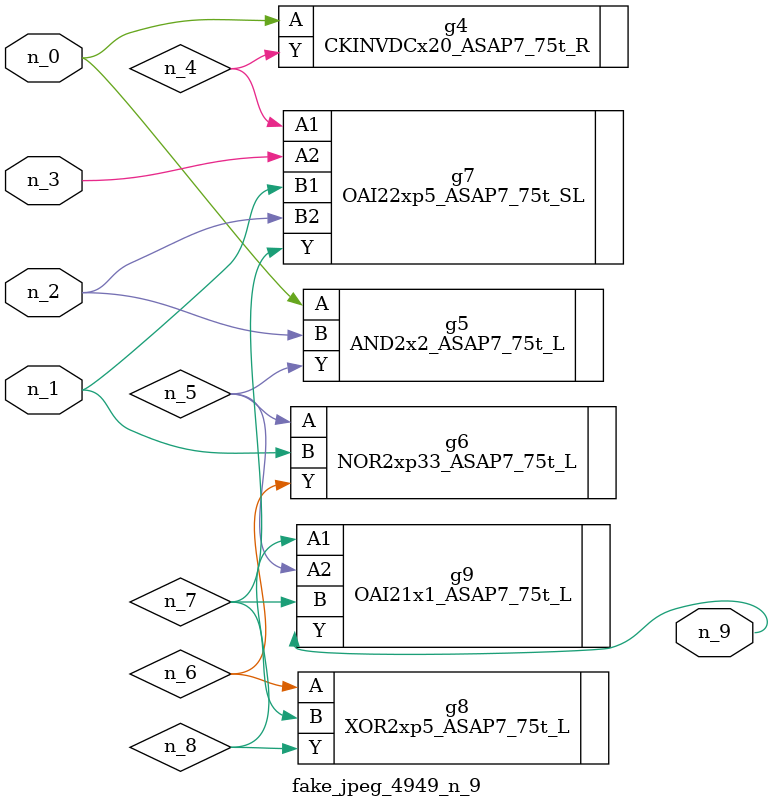
<source format=v>
module fake_jpeg_4949_n_9 (n_0, n_3, n_2, n_1, n_9);

input n_0;
input n_3;
input n_2;
input n_1;

output n_9;

wire n_4;
wire n_8;
wire n_6;
wire n_5;
wire n_7;

CKINVDCx20_ASAP7_75t_R g4 ( 
.A(n_0),
.Y(n_4)
);

AND2x2_ASAP7_75t_L g5 ( 
.A(n_0),
.B(n_2),
.Y(n_5)
);

NOR2xp33_ASAP7_75t_L g6 ( 
.A(n_5),
.B(n_1),
.Y(n_6)
);

XOR2xp5_ASAP7_75t_L g8 ( 
.A(n_6),
.B(n_7),
.Y(n_8)
);

OAI22xp5_ASAP7_75t_SL g7 ( 
.A1(n_4),
.A2(n_3),
.B1(n_1),
.B2(n_2),
.Y(n_7)
);

OAI21x1_ASAP7_75t_L g9 ( 
.A1(n_8),
.A2(n_5),
.B(n_7),
.Y(n_9)
);


endmodule
</source>
